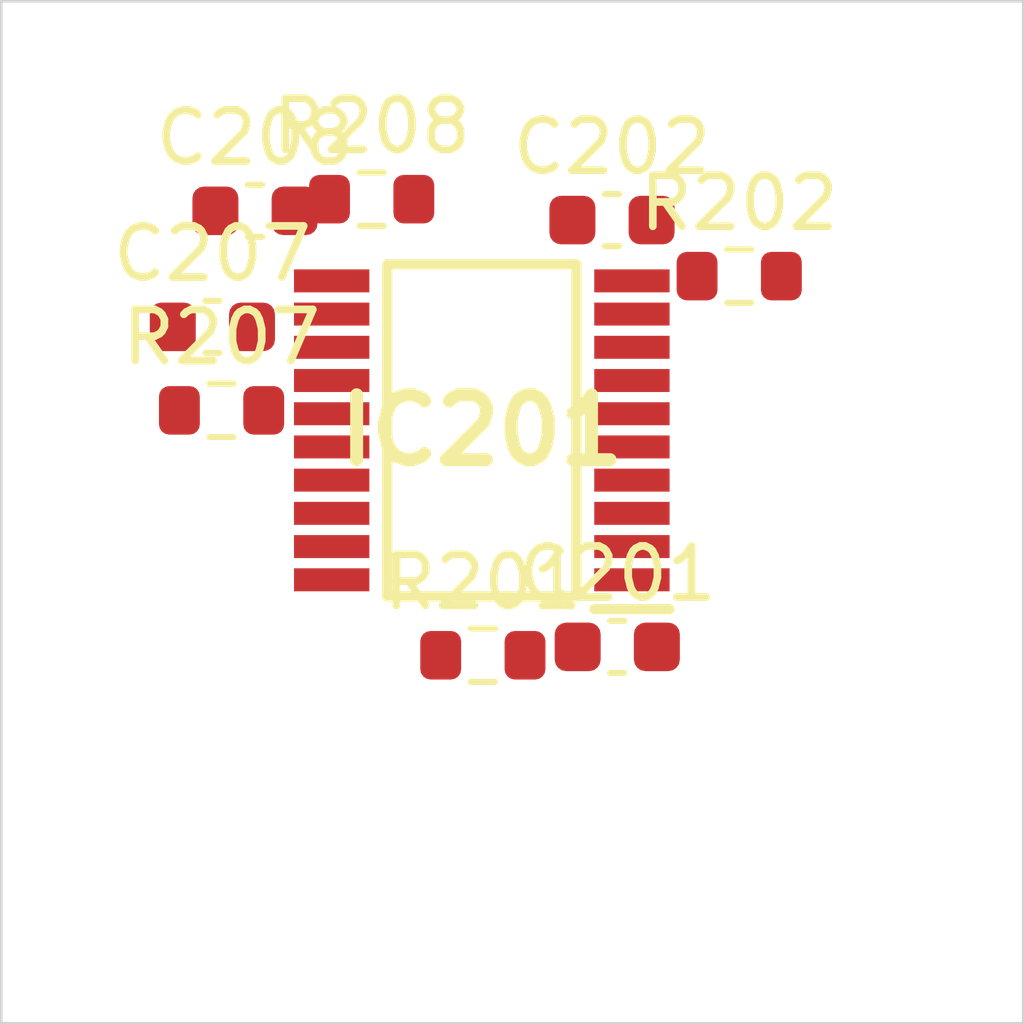
<source format=kicad_pcb>
 ( kicad_pcb  ( version 20171130 )
 ( host pcbnew 5.1.12-84ad8e8a86~92~ubuntu18.04.1 )
 ( general  ( thickness 1.6 )
 ( drawings 4 )
 ( tracks 0 )
 ( zones 0 )
 ( modules 9 )
 ( nets 19 )
)
 ( page A4 )
 ( layers  ( 0 F.Cu signal )
 ( 31 B.Cu signal )
 ( 32 B.Adhes user )
 ( 33 F.Adhes user )
 ( 34 B.Paste user )
 ( 35 F.Paste user )
 ( 36 B.SilkS user )
 ( 37 F.SilkS user )
 ( 38 B.Mask user )
 ( 39 F.Mask user )
 ( 40 Dwgs.User user )
 ( 41 Cmts.User user )
 ( 42 Eco1.User user )
 ( 43 Eco2.User user )
 ( 44 Edge.Cuts user )
 ( 45 Margin user )
 ( 46 B.CrtYd user )
 ( 47 F.CrtYd user )
 ( 48 B.Fab user )
 ( 49 F.Fab user )
)
 ( setup  ( last_trace_width 0.25 )
 ( trace_clearance 0.2 )
 ( zone_clearance 0.508 )
 ( zone_45_only no )
 ( trace_min 0.2 )
 ( via_size 0.8 )
 ( via_drill 0.4 )
 ( via_min_size 0.4 )
 ( via_min_drill 0.3 )
 ( uvia_size 0.3 )
 ( uvia_drill 0.1 )
 ( uvias_allowed no )
 ( uvia_min_size 0.2 )
 ( uvia_min_drill 0.1 )
 ( edge_width 0.05 )
 ( segment_width 0.2 )
 ( pcb_text_width 0.3 )
 ( pcb_text_size 1.5 1.5 )
 ( mod_edge_width 0.12 )
 ( mod_text_size 1 1 )
 ( mod_text_width 0.15 )
 ( pad_size 1.524 1.524 )
 ( pad_drill 0.762 )
 ( pad_to_mask_clearance 0 )
 ( aux_axis_origin 0 0 )
 ( visible_elements FFFFFF7F )
 ( pcbplotparams  ( layerselection 0x010fc_ffffffff )
 ( usegerberextensions false )
 ( usegerberattributes true )
 ( usegerberadvancedattributes true )
 ( creategerberjobfile true )
 ( excludeedgelayer true )
 ( linewidth 0.100000 )
 ( plotframeref false )
 ( viasonmask false )
 ( mode 1 )
 ( useauxorigin false )
 ( hpglpennumber 1 )
 ( hpglpenspeed 20 )
 ( hpglpendiameter 15.000000 )
 ( psnegative false )
 ( psa4output false )
 ( plotreference true )
 ( plotvalue true )
 ( plotinvisibletext false )
 ( padsonsilk false )
 ( subtractmaskfromsilk false )
 ( outputformat 1 )
 ( mirror false )
 ( drillshape 1 )
 ( scaleselection 1 )
 ( outputdirectory "" )
)
)
 ( net 0 "" )
 ( net 1 GND )
 ( net 2 /Sheet6235D886/ch0 )
 ( net 3 /Sheet6235D886/ch1 )
 ( net 4 /Sheet6235D886/ch2 )
 ( net 5 /Sheet6235D886/ch3 )
 ( net 6 /Sheet6235D886/ch4 )
 ( net 7 /Sheet6235D886/ch5 )
 ( net 8 /Sheet6235D886/ch6 )
 ( net 9 /Sheet6235D886/ch7 )
 ( net 10 VDD )
 ( net 11 VDDA )
 ( net 12 /Sheet6235D886/adc_csn )
 ( net 13 /Sheet6235D886/adc_sck )
 ( net 14 /Sheet6235D886/adc_sdi )
 ( net 15 /Sheet6235D886/adc_sdo )
 ( net 16 /Sheet6235D886/vp )
 ( net 17 /Sheet6248AD22/chn0 )
 ( net 18 /Sheet6248AD22/chn3 )
 ( net_class Default "This is the default net class."  ( clearance 0.2 )
 ( trace_width 0.25 )
 ( via_dia 0.8 )
 ( via_drill 0.4 )
 ( uvia_dia 0.3 )
 ( uvia_drill 0.1 )
 ( add_net /Sheet6235D886/adc_csn )
 ( add_net /Sheet6235D886/adc_sck )
 ( add_net /Sheet6235D886/adc_sdi )
 ( add_net /Sheet6235D886/adc_sdo )
 ( add_net /Sheet6235D886/ch0 )
 ( add_net /Sheet6235D886/ch1 )
 ( add_net /Sheet6235D886/ch2 )
 ( add_net /Sheet6235D886/ch3 )
 ( add_net /Sheet6235D886/ch4 )
 ( add_net /Sheet6235D886/ch5 )
 ( add_net /Sheet6235D886/ch6 )
 ( add_net /Sheet6235D886/ch7 )
 ( add_net /Sheet6235D886/vp )
 ( add_net /Sheet6248AD22/chn0 )
 ( add_net /Sheet6248AD22/chn3 )
 ( add_net GND )
 ( add_net VDD )
 ( add_net VDDA )
)
 ( module Capacitor_SMD:C_0603_1608Metric  ( layer F.Cu )
 ( tedit 5F68FEEE )
 ( tstamp 6234222D )
 ( at 92.055500 112.635000 )
 ( descr "Capacitor SMD 0603 (1608 Metric), square (rectangular) end terminal, IPC_7351 nominal, (Body size source: IPC-SM-782 page 76, https://www.pcb-3d.com/wordpress/wp-content/uploads/ipc-sm-782a_amendment_1_and_2.pdf), generated with kicad-footprint-generator" )
 ( tags capacitor )
 ( path /6235D887/623691C5 )
 ( attr smd )
 ( fp_text reference C201  ( at 0 -1.43 )
 ( layer F.SilkS )
 ( effects  ( font  ( size 1 1 )
 ( thickness 0.15 )
)
)
)
 ( fp_text value 0.1uF  ( at 0 1.43 )
 ( layer F.Fab )
 ( effects  ( font  ( size 1 1 )
 ( thickness 0.15 )
)
)
)
 ( fp_line  ( start -0.8 0.4 )
 ( end -0.8 -0.4 )
 ( layer F.Fab )
 ( width 0.1 )
)
 ( fp_line  ( start -0.8 -0.4 )
 ( end 0.8 -0.4 )
 ( layer F.Fab )
 ( width 0.1 )
)
 ( fp_line  ( start 0.8 -0.4 )
 ( end 0.8 0.4 )
 ( layer F.Fab )
 ( width 0.1 )
)
 ( fp_line  ( start 0.8 0.4 )
 ( end -0.8 0.4 )
 ( layer F.Fab )
 ( width 0.1 )
)
 ( fp_line  ( start -0.14058 -0.51 )
 ( end 0.14058 -0.51 )
 ( layer F.SilkS )
 ( width 0.12 )
)
 ( fp_line  ( start -0.14058 0.51 )
 ( end 0.14058 0.51 )
 ( layer F.SilkS )
 ( width 0.12 )
)
 ( fp_line  ( start -1.48 0.73 )
 ( end -1.48 -0.73 )
 ( layer F.CrtYd )
 ( width 0.05 )
)
 ( fp_line  ( start -1.48 -0.73 )
 ( end 1.48 -0.73 )
 ( layer F.CrtYd )
 ( width 0.05 )
)
 ( fp_line  ( start 1.48 -0.73 )
 ( end 1.48 0.73 )
 ( layer F.CrtYd )
 ( width 0.05 )
)
 ( fp_line  ( start 1.48 0.73 )
 ( end -1.48 0.73 )
 ( layer F.CrtYd )
 ( width 0.05 )
)
 ( fp_text user %R  ( at 0 0 )
 ( layer F.Fab )
 ( effects  ( font  ( size 0.4 0.4 )
 ( thickness 0.06 )
)
)
)
 ( pad 2 smd roundrect  ( at 0.775 0 )
 ( size 0.9 0.95 )
 ( layers F.Cu F.Mask F.Paste )
 ( roundrect_rratio 0.25 )
 ( net 1 GND )
)
 ( pad 1 smd roundrect  ( at -0.775 0 )
 ( size 0.9 0.95 )
 ( layers F.Cu F.Mask F.Paste )
 ( roundrect_rratio 0.25 )
 ( net 2 /Sheet6235D886/ch0 )
)
 ( model ${KISYS3DMOD}/Capacitor_SMD.3dshapes/C_0603_1608Metric.wrl  ( at  ( xyz 0 0 0 )
)
 ( scale  ( xyz 1 1 1 )
)
 ( rotate  ( xyz 0 0 0 )
)
)
)
 ( module Capacitor_SMD:C_0603_1608Metric  ( layer F.Cu )
 ( tedit 5F68FEEE )
 ( tstamp 6234223E )
 ( at 91.952600 104.282000 )
 ( descr "Capacitor SMD 0603 (1608 Metric), square (rectangular) end terminal, IPC_7351 nominal, (Body size source: IPC-SM-782 page 76, https://www.pcb-3d.com/wordpress/wp-content/uploads/ipc-sm-782a_amendment_1_and_2.pdf), generated with kicad-footprint-generator" )
 ( tags capacitor )
 ( path /6235D887/62369EE0 )
 ( attr smd )
 ( fp_text reference C202  ( at 0 -1.43 )
 ( layer F.SilkS )
 ( effects  ( font  ( size 1 1 )
 ( thickness 0.15 )
)
)
)
 ( fp_text value 0.1uF  ( at 0 1.43 )
 ( layer F.Fab )
 ( effects  ( font  ( size 1 1 )
 ( thickness 0.15 )
)
)
)
 ( fp_line  ( start 1.48 0.73 )
 ( end -1.48 0.73 )
 ( layer F.CrtYd )
 ( width 0.05 )
)
 ( fp_line  ( start 1.48 -0.73 )
 ( end 1.48 0.73 )
 ( layer F.CrtYd )
 ( width 0.05 )
)
 ( fp_line  ( start -1.48 -0.73 )
 ( end 1.48 -0.73 )
 ( layer F.CrtYd )
 ( width 0.05 )
)
 ( fp_line  ( start -1.48 0.73 )
 ( end -1.48 -0.73 )
 ( layer F.CrtYd )
 ( width 0.05 )
)
 ( fp_line  ( start -0.14058 0.51 )
 ( end 0.14058 0.51 )
 ( layer F.SilkS )
 ( width 0.12 )
)
 ( fp_line  ( start -0.14058 -0.51 )
 ( end 0.14058 -0.51 )
 ( layer F.SilkS )
 ( width 0.12 )
)
 ( fp_line  ( start 0.8 0.4 )
 ( end -0.8 0.4 )
 ( layer F.Fab )
 ( width 0.1 )
)
 ( fp_line  ( start 0.8 -0.4 )
 ( end 0.8 0.4 )
 ( layer F.Fab )
 ( width 0.1 )
)
 ( fp_line  ( start -0.8 -0.4 )
 ( end 0.8 -0.4 )
 ( layer F.Fab )
 ( width 0.1 )
)
 ( fp_line  ( start -0.8 0.4 )
 ( end -0.8 -0.4 )
 ( layer F.Fab )
 ( width 0.1 )
)
 ( fp_text user %R  ( at 0 0 )
 ( layer F.Fab )
 ( effects  ( font  ( size 0.4 0.4 )
 ( thickness 0.06 )
)
)
)
 ( pad 1 smd roundrect  ( at -0.775 0 )
 ( size 0.9 0.95 )
 ( layers F.Cu F.Mask F.Paste )
 ( roundrect_rratio 0.25 )
 ( net 1 GND )
)
 ( pad 2 smd roundrect  ( at 0.775 0 )
 ( size 0.9 0.95 )
 ( layers F.Cu F.Mask F.Paste )
 ( roundrect_rratio 0.25 )
 ( net 3 /Sheet6235D886/ch1 )
)
 ( model ${KISYS3DMOD}/Capacitor_SMD.3dshapes/C_0603_1608Metric.wrl  ( at  ( xyz 0 0 0 )
)
 ( scale  ( xyz 1 1 1 )
)
 ( rotate  ( xyz 0 0 0 )
)
)
)
 ( module Capacitor_SMD:C_0603_1608Metric  ( layer F.Cu )
 ( tedit 5F68FEEE )
 ( tstamp 62342293 )
 ( at 84.131900 106.372000 )
 ( descr "Capacitor SMD 0603 (1608 Metric), square (rectangular) end terminal, IPC_7351 nominal, (Body size source: IPC-SM-782 page 76, https://www.pcb-3d.com/wordpress/wp-content/uploads/ipc-sm-782a_amendment_1_and_2.pdf), generated with kicad-footprint-generator" )
 ( tags capacitor )
 ( path /6235D887/6238B3FE )
 ( attr smd )
 ( fp_text reference C207  ( at 0 -1.43 )
 ( layer F.SilkS )
 ( effects  ( font  ( size 1 1 )
 ( thickness 0.15 )
)
)
)
 ( fp_text value 0.1uF  ( at 0 1.43 )
 ( layer F.Fab )
 ( effects  ( font  ( size 1 1 )
 ( thickness 0.15 )
)
)
)
 ( fp_line  ( start -0.8 0.4 )
 ( end -0.8 -0.4 )
 ( layer F.Fab )
 ( width 0.1 )
)
 ( fp_line  ( start -0.8 -0.4 )
 ( end 0.8 -0.4 )
 ( layer F.Fab )
 ( width 0.1 )
)
 ( fp_line  ( start 0.8 -0.4 )
 ( end 0.8 0.4 )
 ( layer F.Fab )
 ( width 0.1 )
)
 ( fp_line  ( start 0.8 0.4 )
 ( end -0.8 0.4 )
 ( layer F.Fab )
 ( width 0.1 )
)
 ( fp_line  ( start -0.14058 -0.51 )
 ( end 0.14058 -0.51 )
 ( layer F.SilkS )
 ( width 0.12 )
)
 ( fp_line  ( start -0.14058 0.51 )
 ( end 0.14058 0.51 )
 ( layer F.SilkS )
 ( width 0.12 )
)
 ( fp_line  ( start -1.48 0.73 )
 ( end -1.48 -0.73 )
 ( layer F.CrtYd )
 ( width 0.05 )
)
 ( fp_line  ( start -1.48 -0.73 )
 ( end 1.48 -0.73 )
 ( layer F.CrtYd )
 ( width 0.05 )
)
 ( fp_line  ( start 1.48 -0.73 )
 ( end 1.48 0.73 )
 ( layer F.CrtYd )
 ( width 0.05 )
)
 ( fp_line  ( start 1.48 0.73 )
 ( end -1.48 0.73 )
 ( layer F.CrtYd )
 ( width 0.05 )
)
 ( fp_text user %R  ( at 0 0 )
 ( layer F.Fab )
 ( effects  ( font  ( size 0.4 0.4 )
 ( thickness 0.06 )
)
)
)
 ( pad 2 smd roundrect  ( at 0.775 0 )
 ( size 0.9 0.95 )
 ( layers F.Cu F.Mask F.Paste )
 ( roundrect_rratio 0.25 )
 ( net 1 GND )
)
 ( pad 1 smd roundrect  ( at -0.775 0 )
 ( size 0.9 0.95 )
 ( layers F.Cu F.Mask F.Paste )
 ( roundrect_rratio 0.25 )
 ( net 8 /Sheet6235D886/ch6 )
)
 ( model ${KISYS3DMOD}/Capacitor_SMD.3dshapes/C_0603_1608Metric.wrl  ( at  ( xyz 0 0 0 )
)
 ( scale  ( xyz 1 1 1 )
)
 ( rotate  ( xyz 0 0 0 )
)
)
)
 ( module Capacitor_SMD:C_0603_1608Metric  ( layer F.Cu )
 ( tedit 5F68FEEE )
 ( tstamp 623422A4 )
 ( at 84.965900 104.101000 )
 ( descr "Capacitor SMD 0603 (1608 Metric), square (rectangular) end terminal, IPC_7351 nominal, (Body size source: IPC-SM-782 page 76, https://www.pcb-3d.com/wordpress/wp-content/uploads/ipc-sm-782a_amendment_1_and_2.pdf), generated with kicad-footprint-generator" )
 ( tags capacitor )
 ( path /6235D887/6238B404 )
 ( attr smd )
 ( fp_text reference C208  ( at 0 -1.43 )
 ( layer F.SilkS )
 ( effects  ( font  ( size 1 1 )
 ( thickness 0.15 )
)
)
)
 ( fp_text value 0.1uF  ( at 0 1.43 )
 ( layer F.Fab )
 ( effects  ( font  ( size 1 1 )
 ( thickness 0.15 )
)
)
)
 ( fp_line  ( start 1.48 0.73 )
 ( end -1.48 0.73 )
 ( layer F.CrtYd )
 ( width 0.05 )
)
 ( fp_line  ( start 1.48 -0.73 )
 ( end 1.48 0.73 )
 ( layer F.CrtYd )
 ( width 0.05 )
)
 ( fp_line  ( start -1.48 -0.73 )
 ( end 1.48 -0.73 )
 ( layer F.CrtYd )
 ( width 0.05 )
)
 ( fp_line  ( start -1.48 0.73 )
 ( end -1.48 -0.73 )
 ( layer F.CrtYd )
 ( width 0.05 )
)
 ( fp_line  ( start -0.14058 0.51 )
 ( end 0.14058 0.51 )
 ( layer F.SilkS )
 ( width 0.12 )
)
 ( fp_line  ( start -0.14058 -0.51 )
 ( end 0.14058 -0.51 )
 ( layer F.SilkS )
 ( width 0.12 )
)
 ( fp_line  ( start 0.8 0.4 )
 ( end -0.8 0.4 )
 ( layer F.Fab )
 ( width 0.1 )
)
 ( fp_line  ( start 0.8 -0.4 )
 ( end 0.8 0.4 )
 ( layer F.Fab )
 ( width 0.1 )
)
 ( fp_line  ( start -0.8 -0.4 )
 ( end 0.8 -0.4 )
 ( layer F.Fab )
 ( width 0.1 )
)
 ( fp_line  ( start -0.8 0.4 )
 ( end -0.8 -0.4 )
 ( layer F.Fab )
 ( width 0.1 )
)
 ( fp_text user %R  ( at 0 0 )
 ( layer F.Fab )
 ( effects  ( font  ( size 0.4 0.4 )
 ( thickness 0.06 )
)
)
)
 ( pad 1 smd roundrect  ( at -0.775 0 )
 ( size 0.9 0.95 )
 ( layers F.Cu F.Mask F.Paste )
 ( roundrect_rratio 0.25 )
 ( net 1 GND )
)
 ( pad 2 smd roundrect  ( at 0.775 0 )
 ( size 0.9 0.95 )
 ( layers F.Cu F.Mask F.Paste )
 ( roundrect_rratio 0.25 )
 ( net 9 /Sheet6235D886/ch7 )
)
 ( model ${KISYS3DMOD}/Capacitor_SMD.3dshapes/C_0603_1608Metric.wrl  ( at  ( xyz 0 0 0 )
)
 ( scale  ( xyz 1 1 1 )
)
 ( rotate  ( xyz 0 0 0 )
)
)
)
 ( module MCP3564R-E_ST:SOP65P640X120-20N locked  ( layer F.Cu )
 ( tedit 623351C2 )
 ( tstamp 623423D6 )
 ( at 89.404300 108.397000 180.000000 )
 ( descr "20-Lead Plastic Thin Shrink Small Outline (ST) - 4.4mm body [TSSOP]" )
 ( tags "Integrated Circuit" )
 ( path /6235D887/6235E071 )
 ( attr smd )
 ( fp_text reference IC201  ( at 0 0 )
 ( layer F.SilkS )
 ( effects  ( font  ( size 1.27 1.27 )
 ( thickness 0.254 )
)
)
)
 ( fp_text value MCP3564R-E_ST  ( at 0 0 )
 ( layer F.SilkS )
hide  ( effects  ( font  ( size 1.27 1.27 )
 ( thickness 0.254 )
)
)
)
 ( fp_line  ( start -3.925 -3.55 )
 ( end 3.925 -3.55 )
 ( layer Dwgs.User )
 ( width 0.05 )
)
 ( fp_line  ( start 3.925 -3.55 )
 ( end 3.925 3.55 )
 ( layer Dwgs.User )
 ( width 0.05 )
)
 ( fp_line  ( start 3.925 3.55 )
 ( end -3.925 3.55 )
 ( layer Dwgs.User )
 ( width 0.05 )
)
 ( fp_line  ( start -3.925 3.55 )
 ( end -3.925 -3.55 )
 ( layer Dwgs.User )
 ( width 0.05 )
)
 ( fp_line  ( start -2.2 -3.25 )
 ( end 2.2 -3.25 )
 ( layer Dwgs.User )
 ( width 0.1 )
)
 ( fp_line  ( start 2.2 -3.25 )
 ( end 2.2 3.25 )
 ( layer Dwgs.User )
 ( width 0.1 )
)
 ( fp_line  ( start 2.2 3.25 )
 ( end -2.2 3.25 )
 ( layer Dwgs.User )
 ( width 0.1 )
)
 ( fp_line  ( start -2.2 3.25 )
 ( end -2.2 -3.25 )
 ( layer Dwgs.User )
 ( width 0.1 )
)
 ( fp_line  ( start -2.2 -2.6 )
 ( end -1.55 -3.25 )
 ( layer Dwgs.User )
 ( width 0.1 )
)
 ( fp_line  ( start -1.85 -3.25 )
 ( end 1.85 -3.25 )
 ( layer F.SilkS )
 ( width 0.2 )
)
 ( fp_line  ( start 1.85 -3.25 )
 ( end 1.85 3.25 )
 ( layer F.SilkS )
 ( width 0.2 )
)
 ( fp_line  ( start 1.85 3.25 )
 ( end -1.85 3.25 )
 ( layer F.SilkS )
 ( width 0.2 )
)
 ( fp_line  ( start -1.85 3.25 )
 ( end -1.85 -3.25 )
 ( layer F.SilkS )
 ( width 0.2 )
)
 ( fp_line  ( start -3.675 -3.5 )
 ( end -2.2 -3.5 )
 ( layer F.SilkS )
 ( width 0.2 )
)
 ( pad 1 smd rect  ( at -2.938 -2.925 270.000000 )
 ( size 0.45 1.475 )
 ( layers F.Cu F.Mask F.Paste )
 ( net 11 VDDA )
)
 ( pad 2 smd rect  ( at -2.938 -2.275 270.000000 )
 ( size 0.45 1.475 )
 ( layers F.Cu F.Mask F.Paste )
 ( net 1 GND )
)
 ( pad 3 smd rect  ( at -2.938 -1.625 270.000000 )
 ( size 0.45 1.475 )
 ( layers F.Cu F.Mask F.Paste )
 ( net 1 GND )
)
 ( pad 4 smd rect  ( at -2.938 -0.975 270.000000 )
 ( size 0.45 1.475 )
 ( layers F.Cu F.Mask F.Paste )
)
 ( pad 5 smd rect  ( at -2.938 -0.325 270.000000 )
 ( size 0.45 1.475 )
 ( layers F.Cu F.Mask F.Paste )
 ( net 2 /Sheet6235D886/ch0 )
)
 ( pad 6 smd rect  ( at -2.938 0.325 270.000000 )
 ( size 0.45 1.475 )
 ( layers F.Cu F.Mask F.Paste )
 ( net 3 /Sheet6235D886/ch1 )
)
 ( pad 7 smd rect  ( at -2.938 0.975 270.000000 )
 ( size 0.45 1.475 )
 ( layers F.Cu F.Mask F.Paste )
 ( net 4 /Sheet6235D886/ch2 )
)
 ( pad 8 smd rect  ( at -2.938 1.625 270.000000 )
 ( size 0.45 1.475 )
 ( layers F.Cu F.Mask F.Paste )
 ( net 5 /Sheet6235D886/ch3 )
)
 ( pad 9 smd rect  ( at -2.938 2.275 270.000000 )
 ( size 0.45 1.475 )
 ( layers F.Cu F.Mask F.Paste )
 ( net 6 /Sheet6235D886/ch4 )
)
 ( pad 10 smd rect  ( at -2.938 2.925 270.000000 )
 ( size 0.45 1.475 )
 ( layers F.Cu F.Mask F.Paste )
 ( net 7 /Sheet6235D886/ch5 )
)
 ( pad 11 smd rect  ( at 2.938 2.925 270.000000 )
 ( size 0.45 1.475 )
 ( layers F.Cu F.Mask F.Paste )
 ( net 8 /Sheet6235D886/ch6 )
)
 ( pad 12 smd rect  ( at 2.938 2.275 270.000000 )
 ( size 0.45 1.475 )
 ( layers F.Cu F.Mask F.Paste )
 ( net 9 /Sheet6235D886/ch7 )
)
 ( pad 13 smd rect  ( at 2.938 1.625 270.000000 )
 ( size 0.45 1.475 )
 ( layers F.Cu F.Mask F.Paste )
 ( net 12 /Sheet6235D886/adc_csn )
)
 ( pad 14 smd rect  ( at 2.938 0.975 270.000000 )
 ( size 0.45 1.475 )
 ( layers F.Cu F.Mask F.Paste )
 ( net 13 /Sheet6235D886/adc_sck )
)
 ( pad 15 smd rect  ( at 2.938 0.325 270.000000 )
 ( size 0.45 1.475 )
 ( layers F.Cu F.Mask F.Paste )
 ( net 14 /Sheet6235D886/adc_sdi )
)
 ( pad 16 smd rect  ( at 2.938 -0.325 270.000000 )
 ( size 0.45 1.475 )
 ( layers F.Cu F.Mask F.Paste )
 ( net 15 /Sheet6235D886/adc_sdo )
)
 ( pad 17 smd rect  ( at 2.938 -0.975 270.000000 )
 ( size 0.45 1.475 )
 ( layers F.Cu F.Mask F.Paste )
)
 ( pad 18 smd rect  ( at 2.938 -1.625 270.000000 )
 ( size 0.45 1.475 )
 ( layers F.Cu F.Mask F.Paste )
)
 ( pad 19 smd rect  ( at 2.938 -2.275 270.000000 )
 ( size 0.45 1.475 )
 ( layers F.Cu F.Mask F.Paste )
 ( net 1 GND )
)
 ( pad 20 smd rect  ( at 2.938 -2.925 270.000000 )
 ( size 0.45 1.475 )
 ( layers F.Cu F.Mask F.Paste )
 ( net 10 VDD )
)
)
 ( module Resistor_SMD:R_0603_1608Metric  ( layer F.Cu )
 ( tedit 5F68FEEE )
 ( tstamp 6234250D )
 ( at 89.425300 112.799000 )
 ( descr "Resistor SMD 0603 (1608 Metric), square (rectangular) end terminal, IPC_7351 nominal, (Body size source: IPC-SM-782 page 72, https://www.pcb-3d.com/wordpress/wp-content/uploads/ipc-sm-782a_amendment_1_and_2.pdf), generated with kicad-footprint-generator" )
 ( tags resistor )
 ( path /6235D887/623641B7 )
 ( attr smd )
 ( fp_text reference R201  ( at 0 -1.43 )
 ( layer F.SilkS )
 ( effects  ( font  ( size 1 1 )
 ( thickness 0.15 )
)
)
)
 ( fp_text value 1k  ( at 0 1.43 )
 ( layer F.Fab )
 ( effects  ( font  ( size 1 1 )
 ( thickness 0.15 )
)
)
)
 ( fp_line  ( start -0.8 0.4125 )
 ( end -0.8 -0.4125 )
 ( layer F.Fab )
 ( width 0.1 )
)
 ( fp_line  ( start -0.8 -0.4125 )
 ( end 0.8 -0.4125 )
 ( layer F.Fab )
 ( width 0.1 )
)
 ( fp_line  ( start 0.8 -0.4125 )
 ( end 0.8 0.4125 )
 ( layer F.Fab )
 ( width 0.1 )
)
 ( fp_line  ( start 0.8 0.4125 )
 ( end -0.8 0.4125 )
 ( layer F.Fab )
 ( width 0.1 )
)
 ( fp_line  ( start -0.237258 -0.5225 )
 ( end 0.237258 -0.5225 )
 ( layer F.SilkS )
 ( width 0.12 )
)
 ( fp_line  ( start -0.237258 0.5225 )
 ( end 0.237258 0.5225 )
 ( layer F.SilkS )
 ( width 0.12 )
)
 ( fp_line  ( start -1.48 0.73 )
 ( end -1.48 -0.73 )
 ( layer F.CrtYd )
 ( width 0.05 )
)
 ( fp_line  ( start -1.48 -0.73 )
 ( end 1.48 -0.73 )
 ( layer F.CrtYd )
 ( width 0.05 )
)
 ( fp_line  ( start 1.48 -0.73 )
 ( end 1.48 0.73 )
 ( layer F.CrtYd )
 ( width 0.05 )
)
 ( fp_line  ( start 1.48 0.73 )
 ( end -1.48 0.73 )
 ( layer F.CrtYd )
 ( width 0.05 )
)
 ( fp_text user %R  ( at 0 0 )
 ( layer F.Fab )
 ( effects  ( font  ( size 0.4 0.4 )
 ( thickness 0.06 )
)
)
)
 ( pad 2 smd roundrect  ( at 0.825 0 )
 ( size 0.8 0.95 )
 ( layers F.Cu F.Mask F.Paste )
 ( roundrect_rratio 0.25 )
 ( net 16 /Sheet6235D886/vp )
)
 ( pad 1 smd roundrect  ( at -0.825 0 )
 ( size 0.8 0.95 )
 ( layers F.Cu F.Mask F.Paste )
 ( roundrect_rratio 0.25 )
 ( net 2 /Sheet6235D886/ch0 )
)
 ( model ${KISYS3DMOD}/Resistor_SMD.3dshapes/R_0603_1608Metric.wrl  ( at  ( xyz 0 0 0 )
)
 ( scale  ( xyz 1 1 1 )
)
 ( rotate  ( xyz 0 0 0 )
)
)
)
 ( module Resistor_SMD:R_0603_1608Metric  ( layer F.Cu )
 ( tedit 5F68FEEE )
 ( tstamp 6234251E )
 ( at 94.442100 105.379000 )
 ( descr "Resistor SMD 0603 (1608 Metric), square (rectangular) end terminal, IPC_7351 nominal, (Body size source: IPC-SM-782 page 72, https://www.pcb-3d.com/wordpress/wp-content/uploads/ipc-sm-782a_amendment_1_and_2.pdf), generated with kicad-footprint-generator" )
 ( tags resistor )
 ( path /6235D887/6236A646 )
 ( attr smd )
 ( fp_text reference R202  ( at 0 -1.43 )
 ( layer F.SilkS )
 ( effects  ( font  ( size 1 1 )
 ( thickness 0.15 )
)
)
)
 ( fp_text value 1k  ( at 0 1.43 )
 ( layer F.Fab )
 ( effects  ( font  ( size 1 1 )
 ( thickness 0.15 )
)
)
)
 ( fp_line  ( start 1.48 0.73 )
 ( end -1.48 0.73 )
 ( layer F.CrtYd )
 ( width 0.05 )
)
 ( fp_line  ( start 1.48 -0.73 )
 ( end 1.48 0.73 )
 ( layer F.CrtYd )
 ( width 0.05 )
)
 ( fp_line  ( start -1.48 -0.73 )
 ( end 1.48 -0.73 )
 ( layer F.CrtYd )
 ( width 0.05 )
)
 ( fp_line  ( start -1.48 0.73 )
 ( end -1.48 -0.73 )
 ( layer F.CrtYd )
 ( width 0.05 )
)
 ( fp_line  ( start -0.237258 0.5225 )
 ( end 0.237258 0.5225 )
 ( layer F.SilkS )
 ( width 0.12 )
)
 ( fp_line  ( start -0.237258 -0.5225 )
 ( end 0.237258 -0.5225 )
 ( layer F.SilkS )
 ( width 0.12 )
)
 ( fp_line  ( start 0.8 0.4125 )
 ( end -0.8 0.4125 )
 ( layer F.Fab )
 ( width 0.1 )
)
 ( fp_line  ( start 0.8 -0.4125 )
 ( end 0.8 0.4125 )
 ( layer F.Fab )
 ( width 0.1 )
)
 ( fp_line  ( start -0.8 -0.4125 )
 ( end 0.8 -0.4125 )
 ( layer F.Fab )
 ( width 0.1 )
)
 ( fp_line  ( start -0.8 0.4125 )
 ( end -0.8 -0.4125 )
 ( layer F.Fab )
 ( width 0.1 )
)
 ( fp_text user %R  ( at 0 0 )
 ( layer F.Fab )
 ( effects  ( font  ( size 0.4 0.4 )
 ( thickness 0.06 )
)
)
)
 ( pad 1 smd roundrect  ( at -0.825 0 )
 ( size 0.8 0.95 )
 ( layers F.Cu F.Mask F.Paste )
 ( roundrect_rratio 0.25 )
 ( net 3 /Sheet6235D886/ch1 )
)
 ( pad 2 smd roundrect  ( at 0.825 0 )
 ( size 0.8 0.95 )
 ( layers F.Cu F.Mask F.Paste )
 ( roundrect_rratio 0.25 )
 ( net 17 /Sheet6248AD22/chn0 )
)
 ( model ${KISYS3DMOD}/Resistor_SMD.3dshapes/R_0603_1608Metric.wrl  ( at  ( xyz 0 0 0 )
)
 ( scale  ( xyz 1 1 1 )
)
 ( rotate  ( xyz 0 0 0 )
)
)
)
 ( module Resistor_SMD:R_0603_1608Metric  ( layer F.Cu )
 ( tedit 5F68FEEE )
 ( tstamp 62342573 )
 ( at 84.311100 108.006000 )
 ( descr "Resistor SMD 0603 (1608 Metric), square (rectangular) end terminal, IPC_7351 nominal, (Body size source: IPC-SM-782 page 72, https://www.pcb-3d.com/wordpress/wp-content/uploads/ipc-sm-782a_amendment_1_and_2.pdf), generated with kicad-footprint-generator" )
 ( tags resistor )
 ( path /6235D887/6238B3F8 )
 ( attr smd )
 ( fp_text reference R207  ( at 0 -1.43 )
 ( layer F.SilkS )
 ( effects  ( font  ( size 1 1 )
 ( thickness 0.15 )
)
)
)
 ( fp_text value 1k  ( at 0 1.43 )
 ( layer F.Fab )
 ( effects  ( font  ( size 1 1 )
 ( thickness 0.15 )
)
)
)
 ( fp_line  ( start -0.8 0.4125 )
 ( end -0.8 -0.4125 )
 ( layer F.Fab )
 ( width 0.1 )
)
 ( fp_line  ( start -0.8 -0.4125 )
 ( end 0.8 -0.4125 )
 ( layer F.Fab )
 ( width 0.1 )
)
 ( fp_line  ( start 0.8 -0.4125 )
 ( end 0.8 0.4125 )
 ( layer F.Fab )
 ( width 0.1 )
)
 ( fp_line  ( start 0.8 0.4125 )
 ( end -0.8 0.4125 )
 ( layer F.Fab )
 ( width 0.1 )
)
 ( fp_line  ( start -0.237258 -0.5225 )
 ( end 0.237258 -0.5225 )
 ( layer F.SilkS )
 ( width 0.12 )
)
 ( fp_line  ( start -0.237258 0.5225 )
 ( end 0.237258 0.5225 )
 ( layer F.SilkS )
 ( width 0.12 )
)
 ( fp_line  ( start -1.48 0.73 )
 ( end -1.48 -0.73 )
 ( layer F.CrtYd )
 ( width 0.05 )
)
 ( fp_line  ( start -1.48 -0.73 )
 ( end 1.48 -0.73 )
 ( layer F.CrtYd )
 ( width 0.05 )
)
 ( fp_line  ( start 1.48 -0.73 )
 ( end 1.48 0.73 )
 ( layer F.CrtYd )
 ( width 0.05 )
)
 ( fp_line  ( start 1.48 0.73 )
 ( end -1.48 0.73 )
 ( layer F.CrtYd )
 ( width 0.05 )
)
 ( fp_text user %R  ( at 0 0 )
 ( layer F.Fab )
 ( effects  ( font  ( size 0.4 0.4 )
 ( thickness 0.06 )
)
)
)
 ( pad 2 smd roundrect  ( at 0.825 0 )
 ( size 0.8 0.95 )
 ( layers F.Cu F.Mask F.Paste )
 ( roundrect_rratio 0.25 )
 ( net 16 /Sheet6235D886/vp )
)
 ( pad 1 smd roundrect  ( at -0.825 0 )
 ( size 0.8 0.95 )
 ( layers F.Cu F.Mask F.Paste )
 ( roundrect_rratio 0.25 )
 ( net 8 /Sheet6235D886/ch6 )
)
 ( model ${KISYS3DMOD}/Resistor_SMD.3dshapes/R_0603_1608Metric.wrl  ( at  ( xyz 0 0 0 )
)
 ( scale  ( xyz 1 1 1 )
)
 ( rotate  ( xyz 0 0 0 )
)
)
)
 ( module Resistor_SMD:R_0603_1608Metric  ( layer F.Cu )
 ( tedit 5F68FEEE )
 ( tstamp 62342584 )
 ( at 87.249200 103.873000 )
 ( descr "Resistor SMD 0603 (1608 Metric), square (rectangular) end terminal, IPC_7351 nominal, (Body size source: IPC-SM-782 page 72, https://www.pcb-3d.com/wordpress/wp-content/uploads/ipc-sm-782a_amendment_1_and_2.pdf), generated with kicad-footprint-generator" )
 ( tags resistor )
 ( path /6235D887/6238B40A )
 ( attr smd )
 ( fp_text reference R208  ( at 0 -1.43 )
 ( layer F.SilkS )
 ( effects  ( font  ( size 1 1 )
 ( thickness 0.15 )
)
)
)
 ( fp_text value 1k  ( at 0 1.43 )
 ( layer F.Fab )
 ( effects  ( font  ( size 1 1 )
 ( thickness 0.15 )
)
)
)
 ( fp_line  ( start 1.48 0.73 )
 ( end -1.48 0.73 )
 ( layer F.CrtYd )
 ( width 0.05 )
)
 ( fp_line  ( start 1.48 -0.73 )
 ( end 1.48 0.73 )
 ( layer F.CrtYd )
 ( width 0.05 )
)
 ( fp_line  ( start -1.48 -0.73 )
 ( end 1.48 -0.73 )
 ( layer F.CrtYd )
 ( width 0.05 )
)
 ( fp_line  ( start -1.48 0.73 )
 ( end -1.48 -0.73 )
 ( layer F.CrtYd )
 ( width 0.05 )
)
 ( fp_line  ( start -0.237258 0.5225 )
 ( end 0.237258 0.5225 )
 ( layer F.SilkS )
 ( width 0.12 )
)
 ( fp_line  ( start -0.237258 -0.5225 )
 ( end 0.237258 -0.5225 )
 ( layer F.SilkS )
 ( width 0.12 )
)
 ( fp_line  ( start 0.8 0.4125 )
 ( end -0.8 0.4125 )
 ( layer F.Fab )
 ( width 0.1 )
)
 ( fp_line  ( start 0.8 -0.4125 )
 ( end 0.8 0.4125 )
 ( layer F.Fab )
 ( width 0.1 )
)
 ( fp_line  ( start -0.8 -0.4125 )
 ( end 0.8 -0.4125 )
 ( layer F.Fab )
 ( width 0.1 )
)
 ( fp_line  ( start -0.8 0.4125 )
 ( end -0.8 -0.4125 )
 ( layer F.Fab )
 ( width 0.1 )
)
 ( fp_text user %R  ( at 0 0 )
 ( layer F.Fab )
 ( effects  ( font  ( size 0.4 0.4 )
 ( thickness 0.06 )
)
)
)
 ( pad 1 smd roundrect  ( at -0.825 0 )
 ( size 0.8 0.95 )
 ( layers F.Cu F.Mask F.Paste )
 ( roundrect_rratio 0.25 )
 ( net 9 /Sheet6235D886/ch7 )
)
 ( pad 2 smd roundrect  ( at 0.825 0 )
 ( size 0.8 0.95 )
 ( layers F.Cu F.Mask F.Paste )
 ( roundrect_rratio 0.25 )
 ( net 18 /Sheet6248AD22/chn3 )
)
 ( model ${KISYS3DMOD}/Resistor_SMD.3dshapes/R_0603_1608Metric.wrl  ( at  ( xyz 0 0 0 )
)
 ( scale  ( xyz 1 1 1 )
)
 ( rotate  ( xyz 0 0 0 )
)
)
)
 ( gr_line  ( start 100 100 )
 ( end 100 120 )
 ( layer Edge.Cuts )
 ( width 0.05 )
 ( tstamp 62E770C4 )
)
 ( gr_line  ( start 80 120 )
 ( end 100 120 )
 ( layer Edge.Cuts )
 ( width 0.05 )
 ( tstamp 62E770C0 )
)
 ( gr_line  ( start 80 100 )
 ( end 100 100 )
 ( layer Edge.Cuts )
 ( width 0.05 )
 ( tstamp 6234110C )
)
 ( gr_line  ( start 80 100 )
 ( end 80 120 )
 ( layer Edge.Cuts )
 ( width 0.05 )
)
)

</source>
